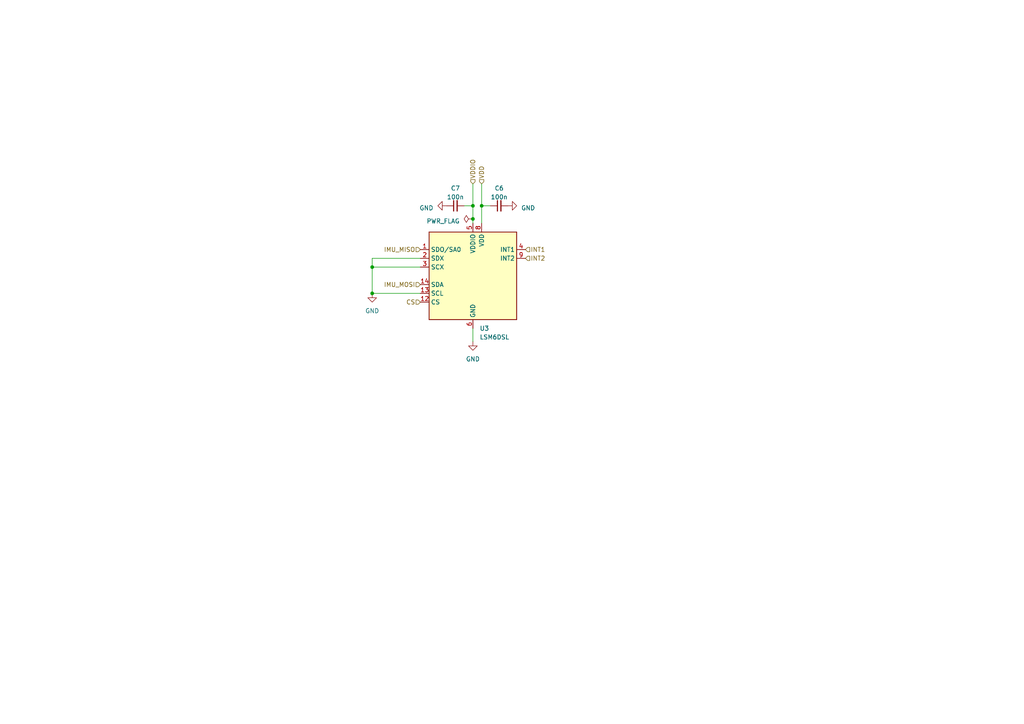
<source format=kicad_sch>
(kicad_sch (version 20230121) (generator eeschema)
  (paper "A4")
  (lib_symbols
    (symbol "Device:C_Small" (pin_numbers hide) (pin_names (offset 0.254) hide)
      (property "Reference" "C" (at 0.254 1.778 0))
      (property "Value" "C_Small" (at 0.254 -2.032 0))
      (symbol "C_Small_0_1"
        (polyline (pts (xy -1.524 -0.508) (xy 1.524 -0.508)) (stroke (width 0.3302)))
        (polyline (pts (xy -1.524 0.508) (xy 1.524 0.508)) (stroke (width 0.3048)))
      )
      (symbol "C_Small_1_1"
        (pin passive line (at 0 2.54 270) (length 2.032) (name "~") (number "1"))
        (pin passive line (at 0 -2.54 90) (length 2.032) (name "~") (number "2"))
      )
    )
    (symbol "Sensor_Motion:LSM6DSL"
      (property "Reference" "U" (at -11.43 15.24 0))
      (property "Value" "LSM6DSL" (at -11.43 12.7 0))
      (symbol "LSM6DSL_0_1"
        (rectangle (start -12.7 12.7) (end 12.7 -12.7) (stroke (width 0.254)) (fill (type background)))
      )
      (symbol "LSM6DSL_1_1"
        (pin bidirectional line (at -15.24 7.62 0) (length 2.54) (name "SDO/SA0") (number "1"))
        (pin no_connect line (at 12.7 -5.08 180) (length 3.81) hide (name "NC") (number "10"))
        (pin no_connect line (at 12.7 -2.54 180) (length 3.81) hide (name "NC") (number "11"))
        (pin input line (at -15.24 -7.62 0) (length 2.54) (name "CS") (number "12"))
        (pin input line (at -15.24 -5.08 0) (length 2.54) (name "SCL") (number "13"))
        (pin bidirectional line (at -15.24 -2.54 0) (length 2.54) (name "SDA") (number "14"))
        (pin bidirectional line (at -15.24 5.08 0) (length 2.54) (name "SDX") (number "2"))
        (pin input line (at -15.24 2.54 0) (length 2.54) (name "SCX") (number "3"))
        (pin output line (at 15.24 7.62 180) (length 2.54) (name "INT1") (number "4"))
        (pin power_in line (at 0 15.24 270) (length 2.54) (name "VDDIO") (number "5"))
        (pin power_in line (at 0 -15.24 90) (length 2.54) (name "GND") (number "6"))
        (pin passive line (at 0 -15.24 90) (length 2.54) hide (name "GND") (number "7"))
        (pin power_in line (at 2.54 15.24 270) (length 2.54) (name "VDD") (number "8"))
        (pin output line (at 15.24 5.08 180) (length 2.54) (name "INT2") (number "9"))
      )
    )
    (symbol "power:GND" (power) (pin_names (offset 0))
      (property "Value" "GND" (at 0 -3.81 0))
      (symbol "GND_0_1"
        (polyline (pts (xy 0 0) (xy 0 -1.27) (xy 1.27 -1.27) (xy 0 -2.54) (xy -1.27 -1.27) (xy 0 -1.27)))
      )
      (symbol "GND_1_1"
        (pin power_in line (at 0 0 270) (length 0) hide (name "GND") (number "1"))
      )
    )
    (symbol "power:PWR_FLAG" (power) (pin_numbers hide) (pin_names (offset 0) hide)
      (property "Value" "PWR_FLAG" (at 0 3.81 0))
      (symbol "PWR_FLAG_0_0"
        (pin power_out line (at 0 0 90) (length 0) (name "pwr") (number "1"))
      )
      (symbol "PWR_FLAG_0_1"
        (polyline (pts (xy 0 0) (xy 0 1.27) (xy -1.016 1.905) (xy 0 2.54) (xy 1.016 1.905) (xy 0 1.27)))
      )
    )
  )
  (junction (at 137.16 63.5))
  (junction (at 107.95 85.09))
  (junction (at 137.16 59.69))
  (junction (at 107.95 77.47))
  (junction (at 139.7 59.69))
  (wire (pts (xy 107.95 74.93) (xy 107.95 77.47)))
  (wire (pts (xy 121.92 74.93) (xy 107.95 74.93)))
  (wire (pts (xy 139.7 53.34) (xy 139.7 59.69)))
  (wire (pts (xy 107.95 85.09) (xy 121.92 85.09)))
  (wire (pts (xy 107.95 77.47) (xy 121.92 77.47)))
  (wire (pts (xy 107.95 77.47) (xy 107.95 85.09)))
  (wire (pts (xy 139.7 59.69) (xy 142.24 59.69)))
  (wire (pts (xy 137.16 95.25) (xy 137.16 99.06)))
  (wire (pts (xy 137.16 63.5) (xy 137.16 64.77)))
  (wire (pts (xy 137.16 59.69) (xy 134.62 59.69)))
  (wire (pts (xy 139.7 59.69) (xy 139.7 64.77)))
  (wire (pts (xy 137.16 59.69) (xy 137.16 63.5)))
  (wire (pts (xy 137.16 53.34) (xy 137.16 59.69)))
  (hierarchical_label "INT2" (shape input) (at 152.4 74.93 0))
  (hierarchical_label "VDDIO" (shape input) (at 137.16 53.34 90))
  (hierarchical_label "CS" (shape input) (at 121.92 87.63 180))
  (hierarchical_label "VDD" (shape input) (at 139.7 53.34 90))
  (hierarchical_label "INT1" (shape input) (at 152.4 72.39 0))
  (hierarchical_label "IMU_MOSI" (shape input) (at 121.92 82.55 180))
  (hierarchical_label "IMU_MISO" (shape input) (at 121.92 72.39 180))
  (symbol (lib_id "power:GND") (at 137.16 99.06 0) (unit 1)
    (property "Reference" "#PWR03" (effects hide))
    (property "Value" "GND" (at 137.16 104.14 0))
  )
  (symbol (lib_id "Device:C_Small") (at 144.78 59.69 90) (unit 1)
    (property "Reference" "C6" (at 144.7863 54.61 90))
    (property "Value" "100n" (at 144.7863 57.15 90))
    (property "Footprint" "Capacitor_SMD:C_1206_3216Metric" (effects hide))
  )
  (symbol (lib_id "Device:C_Small") (at 132.08 59.69 90) (unit 1)
    (property "Reference" "C7" (at 132.0863 54.61 90))
    (property "Value" "100n" (at 132.0863 57.15 90))
    (property "Footprint" "Capacitor_SMD:C_0402_1005Metric" (effects hide))
  )
  (symbol (lib_id "power:GND") (at 129.54 59.69 270) (unit 1)
    (property "Reference" "#PWR04" (effects hide))
    (property "Value" "GND" (at 125.73 60.325 90) (effects (justify right)))
  )
  (symbol (lib_id "power:PWR_FLAG") (at 137.16 63.5 90) (unit 1)
    (property "Reference" "#FLG02" (effects hide))
    (property "Value" "PWR_FLAG" (at 133.35 64.135 90) (effects (justify left)))
  )
  (symbol (lib_id "power:GND") (at 107.95 85.09 0) (unit 1)
    (property "Reference" "#PWR06" (effects hide))
    (property "Value" "GND" (at 107.95 90.17 0))
  )
  (symbol (lib_id "Sensor_Motion:LSM6DSL") (at 137.16 80.01 0) (unit 1)
    (property "Reference" "U3" (at 139.1159 95.25 0) (effects (justify left)))
    (property "Value" "LSM6DSL" (at 139.1159 97.79 0) (effects (justify left)))
    (property "Footprint" "Package_LGA:LGA-14_3x2.5mm_P0.5mm_LayoutBorder3x4y" (effects hide))
    (property "Datasheet" "https://www.st.com/resource/en/datasheet/lsm6dsl.pdf" (effects hide))
  )
  (symbol (lib_id "power:GND") (at 147.32 59.69 90) (unit 1)
    (property "Reference" "#PWR05" (effects hide))
    (property "Value" "GND" (at 151.13 60.325 90) (effects (justify right)))
  )
)
</source>
